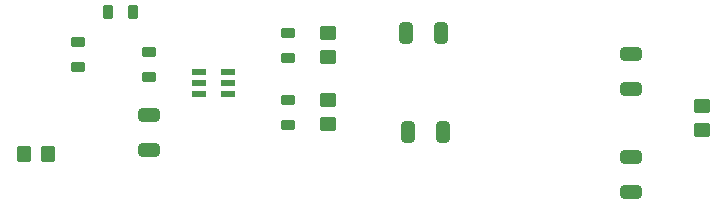
<source format=gbr>
%TF.GenerationSoftware,KiCad,Pcbnew,7.0.8-7.0.8~ubuntu22.04.1*%
%TF.CreationDate,2023-10-09T20:30:47-05:00*%
%TF.ProjectId,VCO_Test_Board,56434f5f-5465-4737-945f-426f6172642e,rev?*%
%TF.SameCoordinates,Original*%
%TF.FileFunction,Paste,Top*%
%TF.FilePolarity,Positive*%
%FSLAX46Y46*%
G04 Gerber Fmt 4.6, Leading zero omitted, Abs format (unit mm)*
G04 Created by KiCad (PCBNEW 7.0.8-7.0.8~ubuntu22.04.1) date 2023-10-09 20:30:47*
%MOMM*%
%LPD*%
G01*
G04 APERTURE LIST*
G04 Aperture macros list*
%AMRoundRect*
0 Rectangle with rounded corners*
0 $1 Rounding radius*
0 $2 $3 $4 $5 $6 $7 $8 $9 X,Y pos of 4 corners*
0 Add a 4 corners polygon primitive as box body*
4,1,4,$2,$3,$4,$5,$6,$7,$8,$9,$2,$3,0*
0 Add four circle primitives for the rounded corners*
1,1,$1+$1,$2,$3*
1,1,$1+$1,$4,$5*
1,1,$1+$1,$6,$7*
1,1,$1+$1,$8,$9*
0 Add four rect primitives between the rounded corners*
20,1,$1+$1,$2,$3,$4,$5,0*
20,1,$1+$1,$4,$5,$6,$7,0*
20,1,$1+$1,$6,$7,$8,$9,0*
20,1,$1+$1,$8,$9,$2,$3,0*%
G04 Aperture macros list end*
%ADD10R,1.200000X0.600000*%
%ADD11RoundRect,0.218750X-0.381250X0.218750X-0.381250X-0.218750X0.381250X-0.218750X0.381250X0.218750X0*%
%ADD12RoundRect,0.250000X-0.650000X0.325000X-0.650000X-0.325000X0.650000X-0.325000X0.650000X0.325000X0*%
%ADD13RoundRect,0.218750X0.218750X0.381250X-0.218750X0.381250X-0.218750X-0.381250X0.218750X-0.381250X0*%
%ADD14RoundRect,0.250000X0.650000X-0.325000X0.650000X0.325000X-0.650000X0.325000X-0.650000X-0.325000X0*%
%ADD15RoundRect,0.250000X0.325000X0.650000X-0.325000X0.650000X-0.325000X-0.650000X0.325000X-0.650000X0*%
%ADD16RoundRect,0.250000X0.450000X-0.350000X0.450000X0.350000X-0.450000X0.350000X-0.450000X-0.350000X0*%
%ADD17RoundRect,0.218750X0.381250X-0.218750X0.381250X0.218750X-0.381250X0.218750X-0.381250X-0.218750X0*%
%ADD18RoundRect,0.250000X-0.450000X0.350000X-0.450000X-0.350000X0.450000X-0.350000X0.450000X0.350000X0*%
%ADD19RoundRect,0.250000X0.350000X0.450000X-0.350000X0.450000X-0.350000X-0.450000X0.350000X-0.450000X0*%
G04 APERTURE END LIST*
D10*
%TO.C,Y1*%
X58460000Y-50954077D03*
X58460000Y-51904077D03*
X58460000Y-52854077D03*
X60960000Y-52854077D03*
X60960000Y-51904077D03*
X60960000Y-50954077D03*
%TD*%
D11*
%TO.C,L2*%
X48260000Y-48414077D03*
X48260000Y-50539077D03*
%TD*%
D12*
%TO.C,C4*%
X95045000Y-49479077D03*
X95045000Y-52429077D03*
%TD*%
D13*
%TO.C,L1*%
X52925000Y-45874077D03*
X50800000Y-45874077D03*
%TD*%
D14*
%TO.C,C1*%
X54299589Y-57580585D03*
X54299589Y-54630585D03*
%TD*%
D15*
%TO.C,C3*%
X79150000Y-56034077D03*
X76200000Y-56034077D03*
%TD*%
D16*
%TO.C,R4*%
X101102321Y-55894760D03*
X101102321Y-53894760D03*
%TD*%
D11*
%TO.C,L3*%
X54305000Y-49251577D03*
X54305000Y-51376577D03*
%TD*%
D17*
%TO.C,L4*%
X66040000Y-49801577D03*
X66040000Y-47676577D03*
%TD*%
D15*
%TO.C,C2*%
X78966105Y-47632526D03*
X76016105Y-47632526D03*
%TD*%
D16*
%TO.C,R3*%
X69457183Y-49691213D03*
X69457183Y-47691213D03*
%TD*%
D11*
%TO.C,L5*%
X66040000Y-53366577D03*
X66040000Y-55491577D03*
%TD*%
D14*
%TO.C,C5*%
X95045000Y-61165000D03*
X95045000Y-58215000D03*
%TD*%
D18*
%TO.C,R2*%
X69457183Y-53371733D03*
X69457183Y-55371733D03*
%TD*%
D19*
%TO.C,R1*%
X45720000Y-57934077D03*
X43720000Y-57934077D03*
%TD*%
M02*

</source>
